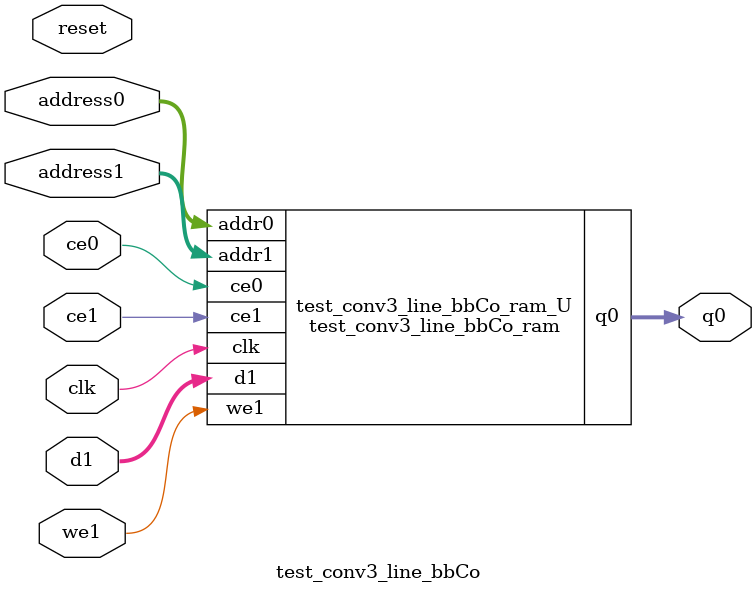
<source format=v>
`timescale 1 ns / 1 ps
module test_conv3_line_bbCo_ram (addr0, ce0, q0, addr1, ce1, d1, we1,  clk);

parameter DWIDTH = 4;
parameter AWIDTH = 7;
parameter MEM_SIZE = 82;

input[AWIDTH-1:0] addr0;
input ce0;
output reg[DWIDTH-1:0] q0;
input[AWIDTH-1:0] addr1;
input ce1;
input[DWIDTH-1:0] d1;
input we1;
input clk;

(* ram_style = "distributed" *)reg [DWIDTH-1:0] ram[0:MEM_SIZE-1];




always @(posedge clk)  
begin 
    if (ce0) begin
        q0 <= ram[addr0];
    end
end


always @(posedge clk)  
begin 
    if (ce1) begin
        if (we1) 
            ram[addr1] <= d1; 
    end
end


endmodule

`timescale 1 ns / 1 ps
module test_conv3_line_bbCo(
    reset,
    clk,
    address0,
    ce0,
    q0,
    address1,
    ce1,
    we1,
    d1);

parameter DataWidth = 32'd4;
parameter AddressRange = 32'd82;
parameter AddressWidth = 32'd7;
input reset;
input clk;
input[AddressWidth - 1:0] address0;
input ce0;
output[DataWidth - 1:0] q0;
input[AddressWidth - 1:0] address1;
input ce1;
input we1;
input[DataWidth - 1:0] d1;



test_conv3_line_bbCo_ram test_conv3_line_bbCo_ram_U(
    .clk( clk ),
    .addr0( address0 ),
    .ce0( ce0 ),
    .q0( q0 ),
    .addr1( address1 ),
    .ce1( ce1 ),
    .we1( we1 ),
    .d1( d1 ));

endmodule


</source>
